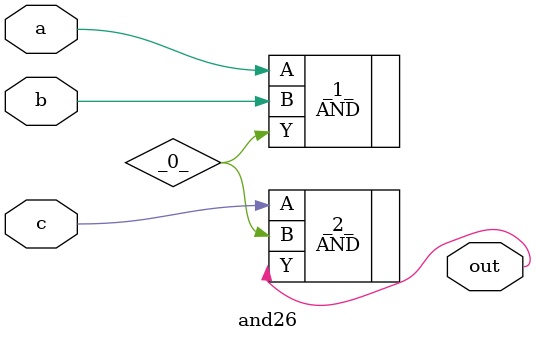
<source format=v>
/* Generated by Yosys 0.41+83 (git sha1 7045cf509, x86_64-w64-mingw32-g++ 13.2.1 -Os) */

/* cells_not_processed =  1  */
/* src = "and26.v:3.1-12.10" */
module and26(a, b, c, out);
  wire _0_;
  /* src = "and26.v:4.9-4.10" */
  input a;
  wire a;
  /* src = "and26.v:5.9-5.10" */
  input b;
  wire b;
  /* src = "and26.v:6.9-6.10" */
  input c;
  wire c;
  /* src = "and26.v:7.10-7.13" */
  output out;
  wire out;
  AND _1_ (
    .A(a),
    .B(b),
    .Y(_0_)
  );
  AND _2_ (
    .A(c),
    .B(_0_),
    .Y(out)
  );
endmodule

</source>
